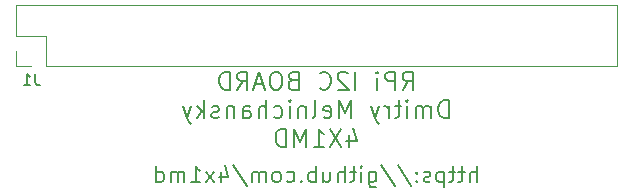
<source format=gbo>
G04 #@! TF.GenerationSoftware,KiCad,Pcbnew,9.0.6-9.0.6~ubuntu22.04.1*
G04 #@! TF.CreationDate,2025-12-28T21:54:21+02:00*
G04 #@! TF.ProjectId,rpi_i2c_board,7270695f-6932-4635-9f62-6f6172642e6b,1.0*
G04 #@! TF.SameCoordinates,PX5f5e100PY5f5e100*
G04 #@! TF.FileFunction,Legend,Bot*
G04 #@! TF.FilePolarity,Positive*
%FSLAX46Y46*%
G04 Gerber Fmt 4.6, Leading zero omitted, Abs format (unit mm)*
G04 Created by KiCad (PCBNEW 9.0.6-9.0.6~ubuntu22.04.1) date 2025-12-28 21:54:21*
%MOMM*%
%LPD*%
G01*
G04 APERTURE LIST*
%ADD10C,0.150000*%
%ADD11C,0.120000*%
G04 APERTURE END LIST*
D10*
X39785714Y21928788D02*
X40285714Y22643074D01*
X40642857Y21928788D02*
X40642857Y23428788D01*
X40642857Y23428788D02*
X40071428Y23428788D01*
X40071428Y23428788D02*
X39928571Y23357359D01*
X39928571Y23357359D02*
X39857142Y23285931D01*
X39857142Y23285931D02*
X39785714Y23143074D01*
X39785714Y23143074D02*
X39785714Y22928788D01*
X39785714Y22928788D02*
X39857142Y22785931D01*
X39857142Y22785931D02*
X39928571Y22714502D01*
X39928571Y22714502D02*
X40071428Y22643074D01*
X40071428Y22643074D02*
X40642857Y22643074D01*
X39142857Y21928788D02*
X39142857Y23428788D01*
X39142857Y23428788D02*
X38571428Y23428788D01*
X38571428Y23428788D02*
X38428571Y23357359D01*
X38428571Y23357359D02*
X38357142Y23285931D01*
X38357142Y23285931D02*
X38285714Y23143074D01*
X38285714Y23143074D02*
X38285714Y22928788D01*
X38285714Y22928788D02*
X38357142Y22785931D01*
X38357142Y22785931D02*
X38428571Y22714502D01*
X38428571Y22714502D02*
X38571428Y22643074D01*
X38571428Y22643074D02*
X39142857Y22643074D01*
X37642857Y21928788D02*
X37642857Y22928788D01*
X37642857Y23428788D02*
X37714285Y23357359D01*
X37714285Y23357359D02*
X37642857Y23285931D01*
X37642857Y23285931D02*
X37571428Y23357359D01*
X37571428Y23357359D02*
X37642857Y23428788D01*
X37642857Y23428788D02*
X37642857Y23285931D01*
X35785714Y21928788D02*
X35785714Y23428788D01*
X35142856Y23285931D02*
X35071428Y23357359D01*
X35071428Y23357359D02*
X34928571Y23428788D01*
X34928571Y23428788D02*
X34571428Y23428788D01*
X34571428Y23428788D02*
X34428571Y23357359D01*
X34428571Y23357359D02*
X34357142Y23285931D01*
X34357142Y23285931D02*
X34285713Y23143074D01*
X34285713Y23143074D02*
X34285713Y23000216D01*
X34285713Y23000216D02*
X34357142Y22785931D01*
X34357142Y22785931D02*
X35214285Y21928788D01*
X35214285Y21928788D02*
X34285713Y21928788D01*
X32785714Y22071645D02*
X32857142Y22000216D01*
X32857142Y22000216D02*
X33071428Y21928788D01*
X33071428Y21928788D02*
X33214285Y21928788D01*
X33214285Y21928788D02*
X33428571Y22000216D01*
X33428571Y22000216D02*
X33571428Y22143074D01*
X33571428Y22143074D02*
X33642857Y22285931D01*
X33642857Y22285931D02*
X33714285Y22571645D01*
X33714285Y22571645D02*
X33714285Y22785931D01*
X33714285Y22785931D02*
X33642857Y23071645D01*
X33642857Y23071645D02*
X33571428Y23214502D01*
X33571428Y23214502D02*
X33428571Y23357359D01*
X33428571Y23357359D02*
X33214285Y23428788D01*
X33214285Y23428788D02*
X33071428Y23428788D01*
X33071428Y23428788D02*
X32857142Y23357359D01*
X32857142Y23357359D02*
X32785714Y23285931D01*
X30500000Y22714502D02*
X30285714Y22643074D01*
X30285714Y22643074D02*
X30214285Y22571645D01*
X30214285Y22571645D02*
X30142857Y22428788D01*
X30142857Y22428788D02*
X30142857Y22214502D01*
X30142857Y22214502D02*
X30214285Y22071645D01*
X30214285Y22071645D02*
X30285714Y22000216D01*
X30285714Y22000216D02*
X30428571Y21928788D01*
X30428571Y21928788D02*
X31000000Y21928788D01*
X31000000Y21928788D02*
X31000000Y23428788D01*
X31000000Y23428788D02*
X30500000Y23428788D01*
X30500000Y23428788D02*
X30357143Y23357359D01*
X30357143Y23357359D02*
X30285714Y23285931D01*
X30285714Y23285931D02*
X30214285Y23143074D01*
X30214285Y23143074D02*
X30214285Y23000216D01*
X30214285Y23000216D02*
X30285714Y22857359D01*
X30285714Y22857359D02*
X30357143Y22785931D01*
X30357143Y22785931D02*
X30500000Y22714502D01*
X30500000Y22714502D02*
X31000000Y22714502D01*
X29214285Y23428788D02*
X28928571Y23428788D01*
X28928571Y23428788D02*
X28785714Y23357359D01*
X28785714Y23357359D02*
X28642857Y23214502D01*
X28642857Y23214502D02*
X28571428Y22928788D01*
X28571428Y22928788D02*
X28571428Y22428788D01*
X28571428Y22428788D02*
X28642857Y22143074D01*
X28642857Y22143074D02*
X28785714Y22000216D01*
X28785714Y22000216D02*
X28928571Y21928788D01*
X28928571Y21928788D02*
X29214285Y21928788D01*
X29214285Y21928788D02*
X29357143Y22000216D01*
X29357143Y22000216D02*
X29500000Y22143074D01*
X29500000Y22143074D02*
X29571428Y22428788D01*
X29571428Y22428788D02*
X29571428Y22928788D01*
X29571428Y22928788D02*
X29500000Y23214502D01*
X29500000Y23214502D02*
X29357143Y23357359D01*
X29357143Y23357359D02*
X29214285Y23428788D01*
X27999999Y22357359D02*
X27285714Y22357359D01*
X28142856Y21928788D02*
X27642856Y23428788D01*
X27642856Y23428788D02*
X27142856Y21928788D01*
X25785714Y21928788D02*
X26285714Y22643074D01*
X26642857Y21928788D02*
X26642857Y23428788D01*
X26642857Y23428788D02*
X26071428Y23428788D01*
X26071428Y23428788D02*
X25928571Y23357359D01*
X25928571Y23357359D02*
X25857142Y23285931D01*
X25857142Y23285931D02*
X25785714Y23143074D01*
X25785714Y23143074D02*
X25785714Y22928788D01*
X25785714Y22928788D02*
X25857142Y22785931D01*
X25857142Y22785931D02*
X25928571Y22714502D01*
X25928571Y22714502D02*
X26071428Y22643074D01*
X26071428Y22643074D02*
X26642857Y22643074D01*
X25142857Y21928788D02*
X25142857Y23428788D01*
X25142857Y23428788D02*
X24785714Y23428788D01*
X24785714Y23428788D02*
X24571428Y23357359D01*
X24571428Y23357359D02*
X24428571Y23214502D01*
X24428571Y23214502D02*
X24357142Y23071645D01*
X24357142Y23071645D02*
X24285714Y22785931D01*
X24285714Y22785931D02*
X24285714Y22571645D01*
X24285714Y22571645D02*
X24357142Y22285931D01*
X24357142Y22285931D02*
X24428571Y22143074D01*
X24428571Y22143074D02*
X24571428Y22000216D01*
X24571428Y22000216D02*
X24785714Y21928788D01*
X24785714Y21928788D02*
X25142857Y21928788D01*
X43678571Y19513872D02*
X43678571Y21013872D01*
X43678571Y21013872D02*
X43321428Y21013872D01*
X43321428Y21013872D02*
X43107142Y20942443D01*
X43107142Y20942443D02*
X42964285Y20799586D01*
X42964285Y20799586D02*
X42892856Y20656729D01*
X42892856Y20656729D02*
X42821428Y20371015D01*
X42821428Y20371015D02*
X42821428Y20156729D01*
X42821428Y20156729D02*
X42892856Y19871015D01*
X42892856Y19871015D02*
X42964285Y19728158D01*
X42964285Y19728158D02*
X43107142Y19585300D01*
X43107142Y19585300D02*
X43321428Y19513872D01*
X43321428Y19513872D02*
X43678571Y19513872D01*
X42178571Y19513872D02*
X42178571Y20513872D01*
X42178571Y20371015D02*
X42107142Y20442443D01*
X42107142Y20442443D02*
X41964285Y20513872D01*
X41964285Y20513872D02*
X41749999Y20513872D01*
X41749999Y20513872D02*
X41607142Y20442443D01*
X41607142Y20442443D02*
X41535714Y20299586D01*
X41535714Y20299586D02*
X41535714Y19513872D01*
X41535714Y20299586D02*
X41464285Y20442443D01*
X41464285Y20442443D02*
X41321428Y20513872D01*
X41321428Y20513872D02*
X41107142Y20513872D01*
X41107142Y20513872D02*
X40964285Y20442443D01*
X40964285Y20442443D02*
X40892856Y20299586D01*
X40892856Y20299586D02*
X40892856Y19513872D01*
X40178571Y19513872D02*
X40178571Y20513872D01*
X40178571Y21013872D02*
X40249999Y20942443D01*
X40249999Y20942443D02*
X40178571Y20871015D01*
X40178571Y20871015D02*
X40107142Y20942443D01*
X40107142Y20942443D02*
X40178571Y21013872D01*
X40178571Y21013872D02*
X40178571Y20871015D01*
X39678570Y20513872D02*
X39107142Y20513872D01*
X39464285Y21013872D02*
X39464285Y19728158D01*
X39464285Y19728158D02*
X39392856Y19585300D01*
X39392856Y19585300D02*
X39249999Y19513872D01*
X39249999Y19513872D02*
X39107142Y19513872D01*
X38607142Y19513872D02*
X38607142Y20513872D01*
X38607142Y20228158D02*
X38535713Y20371015D01*
X38535713Y20371015D02*
X38464285Y20442443D01*
X38464285Y20442443D02*
X38321427Y20513872D01*
X38321427Y20513872D02*
X38178570Y20513872D01*
X37821428Y20513872D02*
X37464285Y19513872D01*
X37107142Y20513872D02*
X37464285Y19513872D01*
X37464285Y19513872D02*
X37607142Y19156729D01*
X37607142Y19156729D02*
X37678571Y19085300D01*
X37678571Y19085300D02*
X37821428Y19013872D01*
X35392857Y19513872D02*
X35392857Y21013872D01*
X35392857Y21013872D02*
X34892857Y19942443D01*
X34892857Y19942443D02*
X34392857Y21013872D01*
X34392857Y21013872D02*
X34392857Y19513872D01*
X33107142Y19585300D02*
X33249999Y19513872D01*
X33249999Y19513872D02*
X33535714Y19513872D01*
X33535714Y19513872D02*
X33678571Y19585300D01*
X33678571Y19585300D02*
X33749999Y19728158D01*
X33749999Y19728158D02*
X33749999Y20299586D01*
X33749999Y20299586D02*
X33678571Y20442443D01*
X33678571Y20442443D02*
X33535714Y20513872D01*
X33535714Y20513872D02*
X33249999Y20513872D01*
X33249999Y20513872D02*
X33107142Y20442443D01*
X33107142Y20442443D02*
X33035714Y20299586D01*
X33035714Y20299586D02*
X33035714Y20156729D01*
X33035714Y20156729D02*
X33749999Y20013872D01*
X32178571Y19513872D02*
X32321428Y19585300D01*
X32321428Y19585300D02*
X32392857Y19728158D01*
X32392857Y19728158D02*
X32392857Y21013872D01*
X31607143Y20513872D02*
X31607143Y19513872D01*
X31607143Y20371015D02*
X31535714Y20442443D01*
X31535714Y20442443D02*
X31392857Y20513872D01*
X31392857Y20513872D02*
X31178571Y20513872D01*
X31178571Y20513872D02*
X31035714Y20442443D01*
X31035714Y20442443D02*
X30964286Y20299586D01*
X30964286Y20299586D02*
X30964286Y19513872D01*
X30250000Y19513872D02*
X30250000Y20513872D01*
X30250000Y21013872D02*
X30321428Y20942443D01*
X30321428Y20942443D02*
X30250000Y20871015D01*
X30250000Y20871015D02*
X30178571Y20942443D01*
X30178571Y20942443D02*
X30250000Y21013872D01*
X30250000Y21013872D02*
X30250000Y20871015D01*
X28892857Y19585300D02*
X29035714Y19513872D01*
X29035714Y19513872D02*
X29321428Y19513872D01*
X29321428Y19513872D02*
X29464285Y19585300D01*
X29464285Y19585300D02*
X29535714Y19656729D01*
X29535714Y19656729D02*
X29607142Y19799586D01*
X29607142Y19799586D02*
X29607142Y20228158D01*
X29607142Y20228158D02*
X29535714Y20371015D01*
X29535714Y20371015D02*
X29464285Y20442443D01*
X29464285Y20442443D02*
X29321428Y20513872D01*
X29321428Y20513872D02*
X29035714Y20513872D01*
X29035714Y20513872D02*
X28892857Y20442443D01*
X28250000Y19513872D02*
X28250000Y21013872D01*
X27607143Y19513872D02*
X27607143Y20299586D01*
X27607143Y20299586D02*
X27678571Y20442443D01*
X27678571Y20442443D02*
X27821428Y20513872D01*
X27821428Y20513872D02*
X28035714Y20513872D01*
X28035714Y20513872D02*
X28178571Y20442443D01*
X28178571Y20442443D02*
X28250000Y20371015D01*
X26250000Y19513872D02*
X26250000Y20299586D01*
X26250000Y20299586D02*
X26321428Y20442443D01*
X26321428Y20442443D02*
X26464285Y20513872D01*
X26464285Y20513872D02*
X26750000Y20513872D01*
X26750000Y20513872D02*
X26892857Y20442443D01*
X26250000Y19585300D02*
X26392857Y19513872D01*
X26392857Y19513872D02*
X26750000Y19513872D01*
X26750000Y19513872D02*
X26892857Y19585300D01*
X26892857Y19585300D02*
X26964285Y19728158D01*
X26964285Y19728158D02*
X26964285Y19871015D01*
X26964285Y19871015D02*
X26892857Y20013872D01*
X26892857Y20013872D02*
X26750000Y20085300D01*
X26750000Y20085300D02*
X26392857Y20085300D01*
X26392857Y20085300D02*
X26250000Y20156729D01*
X25535714Y20513872D02*
X25535714Y19513872D01*
X25535714Y20371015D02*
X25464285Y20442443D01*
X25464285Y20442443D02*
X25321428Y20513872D01*
X25321428Y20513872D02*
X25107142Y20513872D01*
X25107142Y20513872D02*
X24964285Y20442443D01*
X24964285Y20442443D02*
X24892857Y20299586D01*
X24892857Y20299586D02*
X24892857Y19513872D01*
X24249999Y19585300D02*
X24107142Y19513872D01*
X24107142Y19513872D02*
X23821428Y19513872D01*
X23821428Y19513872D02*
X23678571Y19585300D01*
X23678571Y19585300D02*
X23607142Y19728158D01*
X23607142Y19728158D02*
X23607142Y19799586D01*
X23607142Y19799586D02*
X23678571Y19942443D01*
X23678571Y19942443D02*
X23821428Y20013872D01*
X23821428Y20013872D02*
X24035714Y20013872D01*
X24035714Y20013872D02*
X24178571Y20085300D01*
X24178571Y20085300D02*
X24249999Y20228158D01*
X24249999Y20228158D02*
X24249999Y20299586D01*
X24249999Y20299586D02*
X24178571Y20442443D01*
X24178571Y20442443D02*
X24035714Y20513872D01*
X24035714Y20513872D02*
X23821428Y20513872D01*
X23821428Y20513872D02*
X23678571Y20442443D01*
X22964285Y19513872D02*
X22964285Y21013872D01*
X22821428Y20085300D02*
X22392856Y19513872D01*
X22392856Y20513872D02*
X22964285Y19942443D01*
X21892856Y20513872D02*
X21535713Y19513872D01*
X21178570Y20513872D02*
X21535713Y19513872D01*
X21535713Y19513872D02*
X21678570Y19156729D01*
X21678570Y19156729D02*
X21749999Y19085300D01*
X21749999Y19085300D02*
X21892856Y19013872D01*
X35249999Y18098956D02*
X35249999Y17098956D01*
X35607141Y18670384D02*
X35964284Y17598956D01*
X35964284Y17598956D02*
X35035713Y17598956D01*
X34607142Y18598956D02*
X33607142Y17098956D01*
X33607142Y18598956D02*
X34607142Y17098956D01*
X32249999Y17098956D02*
X33107142Y17098956D01*
X32678571Y17098956D02*
X32678571Y18598956D01*
X32678571Y18598956D02*
X32821428Y18384670D01*
X32821428Y18384670D02*
X32964285Y18241813D01*
X32964285Y18241813D02*
X33107142Y18170384D01*
X31607143Y17098956D02*
X31607143Y18598956D01*
X31607143Y18598956D02*
X31107143Y17527527D01*
X31107143Y17527527D02*
X30607143Y18598956D01*
X30607143Y18598956D02*
X30607143Y17098956D01*
X29892857Y17098956D02*
X29892857Y18598956D01*
X29892857Y18598956D02*
X29535714Y18598956D01*
X29535714Y18598956D02*
X29321428Y18527527D01*
X29321428Y18527527D02*
X29178571Y18384670D01*
X29178571Y18384670D02*
X29107142Y18241813D01*
X29107142Y18241813D02*
X29035714Y17956099D01*
X29035714Y17956099D02*
X29035714Y17741813D01*
X29035714Y17741813D02*
X29107142Y17456099D01*
X29107142Y17456099D02*
X29178571Y17313242D01*
X29178571Y17313242D02*
X29321428Y17170384D01*
X29321428Y17170384D02*
X29535714Y17098956D01*
X29535714Y17098956D02*
X29892857Y17098956D01*
X46064287Y14083265D02*
X46064287Y15433265D01*
X45485716Y14083265D02*
X45485716Y14790408D01*
X45485716Y14790408D02*
X45550001Y14918979D01*
X45550001Y14918979D02*
X45678573Y14983265D01*
X45678573Y14983265D02*
X45871430Y14983265D01*
X45871430Y14983265D02*
X46000001Y14918979D01*
X46000001Y14918979D02*
X46064287Y14854693D01*
X45035715Y14983265D02*
X44521429Y14983265D01*
X44842858Y15433265D02*
X44842858Y14276122D01*
X44842858Y14276122D02*
X44778572Y14147550D01*
X44778572Y14147550D02*
X44650001Y14083265D01*
X44650001Y14083265D02*
X44521429Y14083265D01*
X44264286Y14983265D02*
X43750000Y14983265D01*
X44071429Y15433265D02*
X44071429Y14276122D01*
X44071429Y14276122D02*
X44007143Y14147550D01*
X44007143Y14147550D02*
X43878572Y14083265D01*
X43878572Y14083265D02*
X43750000Y14083265D01*
X43300000Y14983265D02*
X43300000Y13633265D01*
X43300000Y14918979D02*
X43171429Y14983265D01*
X43171429Y14983265D02*
X42914286Y14983265D01*
X42914286Y14983265D02*
X42785714Y14918979D01*
X42785714Y14918979D02*
X42721429Y14854693D01*
X42721429Y14854693D02*
X42657143Y14726122D01*
X42657143Y14726122D02*
X42657143Y14340408D01*
X42657143Y14340408D02*
X42721429Y14211836D01*
X42721429Y14211836D02*
X42785714Y14147550D01*
X42785714Y14147550D02*
X42914286Y14083265D01*
X42914286Y14083265D02*
X43171429Y14083265D01*
X43171429Y14083265D02*
X43300000Y14147550D01*
X42142857Y14147550D02*
X42014285Y14083265D01*
X42014285Y14083265D02*
X41757142Y14083265D01*
X41757142Y14083265D02*
X41628571Y14147550D01*
X41628571Y14147550D02*
X41564285Y14276122D01*
X41564285Y14276122D02*
X41564285Y14340408D01*
X41564285Y14340408D02*
X41628571Y14468979D01*
X41628571Y14468979D02*
X41757142Y14533265D01*
X41757142Y14533265D02*
X41950000Y14533265D01*
X41950000Y14533265D02*
X42078571Y14597550D01*
X42078571Y14597550D02*
X42142857Y14726122D01*
X42142857Y14726122D02*
X42142857Y14790408D01*
X42142857Y14790408D02*
X42078571Y14918979D01*
X42078571Y14918979D02*
X41950000Y14983265D01*
X41950000Y14983265D02*
X41757142Y14983265D01*
X41757142Y14983265D02*
X41628571Y14918979D01*
X40985714Y14211836D02*
X40921428Y14147550D01*
X40921428Y14147550D02*
X40985714Y14083265D01*
X40985714Y14083265D02*
X41050000Y14147550D01*
X41050000Y14147550D02*
X40985714Y14211836D01*
X40985714Y14211836D02*
X40985714Y14083265D01*
X40985714Y14918979D02*
X40921428Y14854693D01*
X40921428Y14854693D02*
X40985714Y14790408D01*
X40985714Y14790408D02*
X41050000Y14854693D01*
X41050000Y14854693D02*
X40985714Y14918979D01*
X40985714Y14918979D02*
X40985714Y14790408D01*
X39378571Y15497550D02*
X40535714Y13761836D01*
X37964285Y15497550D02*
X39121428Y13761836D01*
X36935714Y14983265D02*
X36935714Y13890408D01*
X36935714Y13890408D02*
X36999999Y13761836D01*
X36999999Y13761836D02*
X37064285Y13697550D01*
X37064285Y13697550D02*
X37192856Y13633265D01*
X37192856Y13633265D02*
X37385714Y13633265D01*
X37385714Y13633265D02*
X37514285Y13697550D01*
X36935714Y14147550D02*
X37064285Y14083265D01*
X37064285Y14083265D02*
X37321428Y14083265D01*
X37321428Y14083265D02*
X37449999Y14147550D01*
X37449999Y14147550D02*
X37514285Y14211836D01*
X37514285Y14211836D02*
X37578571Y14340408D01*
X37578571Y14340408D02*
X37578571Y14726122D01*
X37578571Y14726122D02*
X37514285Y14854693D01*
X37514285Y14854693D02*
X37449999Y14918979D01*
X37449999Y14918979D02*
X37321428Y14983265D01*
X37321428Y14983265D02*
X37064285Y14983265D01*
X37064285Y14983265D02*
X36935714Y14918979D01*
X36292856Y14083265D02*
X36292856Y14983265D01*
X36292856Y15433265D02*
X36357142Y15368979D01*
X36357142Y15368979D02*
X36292856Y15304693D01*
X36292856Y15304693D02*
X36228570Y15368979D01*
X36228570Y15368979D02*
X36292856Y15433265D01*
X36292856Y15433265D02*
X36292856Y15304693D01*
X35842856Y14983265D02*
X35328570Y14983265D01*
X35649999Y15433265D02*
X35649999Y14276122D01*
X35649999Y14276122D02*
X35585713Y14147550D01*
X35585713Y14147550D02*
X35457142Y14083265D01*
X35457142Y14083265D02*
X35328570Y14083265D01*
X34878570Y14083265D02*
X34878570Y15433265D01*
X34299999Y14083265D02*
X34299999Y14790408D01*
X34299999Y14790408D02*
X34364284Y14918979D01*
X34364284Y14918979D02*
X34492856Y14983265D01*
X34492856Y14983265D02*
X34685713Y14983265D01*
X34685713Y14983265D02*
X34814284Y14918979D01*
X34814284Y14918979D02*
X34878570Y14854693D01*
X33078570Y14983265D02*
X33078570Y14083265D01*
X33657141Y14983265D02*
X33657141Y14276122D01*
X33657141Y14276122D02*
X33592855Y14147550D01*
X33592855Y14147550D02*
X33464284Y14083265D01*
X33464284Y14083265D02*
X33271427Y14083265D01*
X33271427Y14083265D02*
X33142855Y14147550D01*
X33142855Y14147550D02*
X33078570Y14211836D01*
X32435712Y14083265D02*
X32435712Y15433265D01*
X32435712Y14918979D02*
X32307141Y14983265D01*
X32307141Y14983265D02*
X32049998Y14983265D01*
X32049998Y14983265D02*
X31921426Y14918979D01*
X31921426Y14918979D02*
X31857141Y14854693D01*
X31857141Y14854693D02*
X31792855Y14726122D01*
X31792855Y14726122D02*
X31792855Y14340408D01*
X31792855Y14340408D02*
X31857141Y14211836D01*
X31857141Y14211836D02*
X31921426Y14147550D01*
X31921426Y14147550D02*
X32049998Y14083265D01*
X32049998Y14083265D02*
X32307141Y14083265D01*
X32307141Y14083265D02*
X32435712Y14147550D01*
X31214283Y14211836D02*
X31149997Y14147550D01*
X31149997Y14147550D02*
X31214283Y14083265D01*
X31214283Y14083265D02*
X31278569Y14147550D01*
X31278569Y14147550D02*
X31214283Y14211836D01*
X31214283Y14211836D02*
X31214283Y14083265D01*
X29992855Y14147550D02*
X30121426Y14083265D01*
X30121426Y14083265D02*
X30378569Y14083265D01*
X30378569Y14083265D02*
X30507140Y14147550D01*
X30507140Y14147550D02*
X30571426Y14211836D01*
X30571426Y14211836D02*
X30635712Y14340408D01*
X30635712Y14340408D02*
X30635712Y14726122D01*
X30635712Y14726122D02*
X30571426Y14854693D01*
X30571426Y14854693D02*
X30507140Y14918979D01*
X30507140Y14918979D02*
X30378569Y14983265D01*
X30378569Y14983265D02*
X30121426Y14983265D01*
X30121426Y14983265D02*
X29992855Y14918979D01*
X29221426Y14083265D02*
X29349997Y14147550D01*
X29349997Y14147550D02*
X29414283Y14211836D01*
X29414283Y14211836D02*
X29478569Y14340408D01*
X29478569Y14340408D02*
X29478569Y14726122D01*
X29478569Y14726122D02*
X29414283Y14854693D01*
X29414283Y14854693D02*
X29349997Y14918979D01*
X29349997Y14918979D02*
X29221426Y14983265D01*
X29221426Y14983265D02*
X29028569Y14983265D01*
X29028569Y14983265D02*
X28899997Y14918979D01*
X28899997Y14918979D02*
X28835712Y14854693D01*
X28835712Y14854693D02*
X28771426Y14726122D01*
X28771426Y14726122D02*
X28771426Y14340408D01*
X28771426Y14340408D02*
X28835712Y14211836D01*
X28835712Y14211836D02*
X28899997Y14147550D01*
X28899997Y14147550D02*
X29028569Y14083265D01*
X29028569Y14083265D02*
X29221426Y14083265D01*
X28192854Y14083265D02*
X28192854Y14983265D01*
X28192854Y14854693D02*
X28128568Y14918979D01*
X28128568Y14918979D02*
X27999997Y14983265D01*
X27999997Y14983265D02*
X27807140Y14983265D01*
X27807140Y14983265D02*
X27678568Y14918979D01*
X27678568Y14918979D02*
X27614283Y14790408D01*
X27614283Y14790408D02*
X27614283Y14083265D01*
X27614283Y14790408D02*
X27549997Y14918979D01*
X27549997Y14918979D02*
X27421425Y14983265D01*
X27421425Y14983265D02*
X27228568Y14983265D01*
X27228568Y14983265D02*
X27099997Y14918979D01*
X27099997Y14918979D02*
X27035711Y14790408D01*
X27035711Y14790408D02*
X27035711Y14083265D01*
X25428568Y15497550D02*
X26585711Y13761836D01*
X24399997Y14983265D02*
X24399997Y14083265D01*
X24721425Y15497550D02*
X25042854Y14533265D01*
X25042854Y14533265D02*
X24207139Y14533265D01*
X23821425Y14083265D02*
X23114283Y14983265D01*
X23821425Y14983265D02*
X23114283Y14083265D01*
X21892854Y14083265D02*
X22664283Y14083265D01*
X22278568Y14083265D02*
X22278568Y15433265D01*
X22278568Y15433265D02*
X22407140Y15240408D01*
X22407140Y15240408D02*
X22535711Y15111836D01*
X22535711Y15111836D02*
X22664283Y15047550D01*
X21314283Y14083265D02*
X21314283Y14983265D01*
X21314283Y14854693D02*
X21249997Y14918979D01*
X21249997Y14918979D02*
X21121426Y14983265D01*
X21121426Y14983265D02*
X20928569Y14983265D01*
X20928569Y14983265D02*
X20799997Y14918979D01*
X20799997Y14918979D02*
X20735712Y14790408D01*
X20735712Y14790408D02*
X20735712Y14083265D01*
X20735712Y14790408D02*
X20671426Y14918979D01*
X20671426Y14918979D02*
X20542854Y14983265D01*
X20542854Y14983265D02*
X20349997Y14983265D01*
X20349997Y14983265D02*
X20221426Y14918979D01*
X20221426Y14918979D02*
X20157140Y14790408D01*
X20157140Y14790408D02*
X20157140Y14083265D01*
X18935712Y14083265D02*
X18935712Y15433265D01*
X18935712Y14147550D02*
X19064283Y14083265D01*
X19064283Y14083265D02*
X19321426Y14083265D01*
X19321426Y14083265D02*
X19449997Y14147550D01*
X19449997Y14147550D02*
X19514283Y14211836D01*
X19514283Y14211836D02*
X19578569Y14340408D01*
X19578569Y14340408D02*
X19578569Y14726122D01*
X19578569Y14726122D02*
X19514283Y14854693D01*
X19514283Y14854693D02*
X19449997Y14918979D01*
X19449997Y14918979D02*
X19321426Y14983265D01*
X19321426Y14983265D02*
X19064283Y14983265D01*
X19064283Y14983265D02*
X18935712Y14918979D01*
X8703333Y23275181D02*
X8703333Y22560896D01*
X8703333Y22560896D02*
X8750952Y22418039D01*
X8750952Y22418039D02*
X8846190Y22322800D01*
X8846190Y22322800D02*
X8989047Y22275181D01*
X8989047Y22275181D02*
X9084285Y22275181D01*
X7703333Y22275181D02*
X8274761Y22275181D01*
X7989047Y22275181D02*
X7989047Y23275181D01*
X7989047Y23275181D02*
X8084285Y23132324D01*
X8084285Y23132324D02*
X8179523Y23037086D01*
X8179523Y23037086D02*
X8274761Y22989467D01*
D11*
X7040000Y29100000D02*
X7040000Y26500000D01*
X7040000Y29100000D02*
X57960000Y29100000D01*
X7040000Y26500000D02*
X9640000Y26500000D01*
X7040000Y25230000D02*
X7040000Y23900000D01*
X7040000Y23900000D02*
X8370000Y23900000D01*
X9640000Y26500000D02*
X9640000Y23900000D01*
X9640000Y23900000D02*
X57960000Y23900000D01*
X57960000Y29100000D02*
X57960000Y23900000D01*
M02*

</source>
